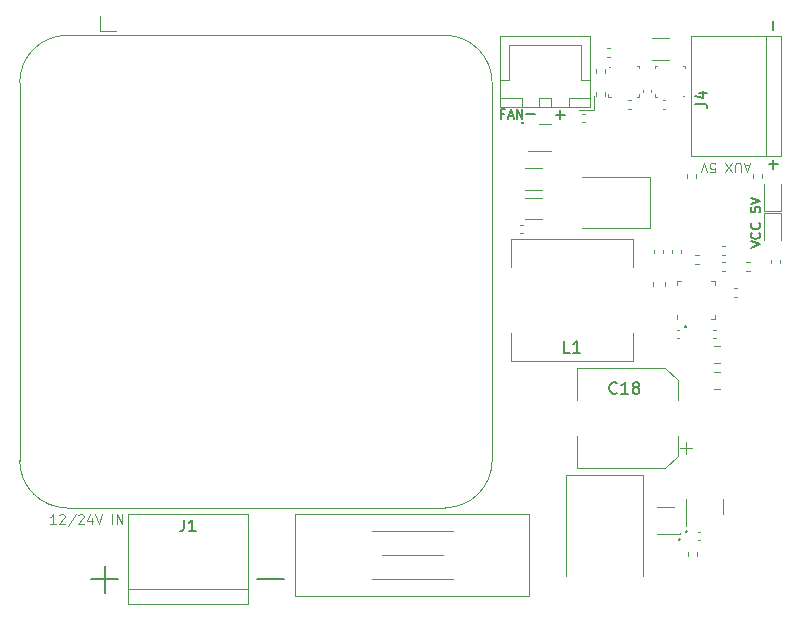
<source format=gbr>
%TF.GenerationSoftware,KiCad,Pcbnew,8.0.6*%
%TF.CreationDate,2024-12-15T12:06:58-06:00*%
%TF.ProjectId,ElectriPi,456c6563-7472-4695-9069-2e6b69636164,rev?*%
%TF.SameCoordinates,PX514cfd0PY31d4590*%
%TF.FileFunction,Legend,Top*%
%TF.FilePolarity,Positive*%
%FSLAX46Y46*%
G04 Gerber Fmt 4.6, Leading zero omitted, Abs format (unit mm)*
G04 Created by KiCad (PCBNEW 8.0.6) date 2024-12-15 12:06:58*
%MOMM*%
%LPD*%
G01*
G04 APERTURE LIST*
%ADD10C,0.150000*%
%ADD11C,0.200000*%
%ADD12C,0.125000*%
%ADD13C,0.100000*%
%ADD14C,0.120000*%
G04 APERTURE END LIST*
D10*
X45619048Y-15805866D02*
X46380953Y-15805866D01*
X46000000Y-16186819D02*
X46000000Y-15424914D01*
X42890419Y-16500000D02*
X42842800Y-16547619D01*
X42842800Y-16547619D02*
X42795180Y-16500000D01*
X42795180Y-16500000D02*
X42842800Y-16452381D01*
X42842800Y-16452381D02*
X42890419Y-16500000D01*
X42890419Y-16500000D02*
X42795180Y-16500000D01*
D11*
X8602857Y-55134600D02*
X6317143Y-55134600D01*
X7460000Y-56277457D02*
X7460000Y-53991742D01*
X22602857Y-55134600D02*
X20317143Y-55134600D01*
D10*
X62162295Y-27066666D02*
X62962295Y-26799999D01*
X62962295Y-26799999D02*
X62162295Y-26533333D01*
X62886104Y-25809523D02*
X62924200Y-25847619D01*
X62924200Y-25847619D02*
X62962295Y-25961904D01*
X62962295Y-25961904D02*
X62962295Y-26038095D01*
X62962295Y-26038095D02*
X62924200Y-26152381D01*
X62924200Y-26152381D02*
X62848009Y-26228571D01*
X62848009Y-26228571D02*
X62771819Y-26266666D01*
X62771819Y-26266666D02*
X62619438Y-26304762D01*
X62619438Y-26304762D02*
X62505152Y-26304762D01*
X62505152Y-26304762D02*
X62352771Y-26266666D01*
X62352771Y-26266666D02*
X62276580Y-26228571D01*
X62276580Y-26228571D02*
X62200390Y-26152381D01*
X62200390Y-26152381D02*
X62162295Y-26038095D01*
X62162295Y-26038095D02*
X62162295Y-25961904D01*
X62162295Y-25961904D02*
X62200390Y-25847619D01*
X62200390Y-25847619D02*
X62238485Y-25809523D01*
X62886104Y-25009523D02*
X62924200Y-25047619D01*
X62924200Y-25047619D02*
X62962295Y-25161904D01*
X62962295Y-25161904D02*
X62962295Y-25238095D01*
X62962295Y-25238095D02*
X62924200Y-25352381D01*
X62924200Y-25352381D02*
X62848009Y-25428571D01*
X62848009Y-25428571D02*
X62771819Y-25466666D01*
X62771819Y-25466666D02*
X62619438Y-25504762D01*
X62619438Y-25504762D02*
X62505152Y-25504762D01*
X62505152Y-25504762D02*
X62352771Y-25466666D01*
X62352771Y-25466666D02*
X62276580Y-25428571D01*
X62276580Y-25428571D02*
X62200390Y-25352381D01*
X62200390Y-25352381D02*
X62162295Y-25238095D01*
X62162295Y-25238095D02*
X62162295Y-25161904D01*
X62162295Y-25161904D02*
X62200390Y-25047619D01*
X62200390Y-25047619D02*
X62238485Y-25009523D01*
X43119048Y-15773866D02*
X43880953Y-15773866D01*
X62162295Y-23652380D02*
X62162295Y-24033332D01*
X62162295Y-24033332D02*
X62543247Y-24071428D01*
X62543247Y-24071428D02*
X62505152Y-24033332D01*
X62505152Y-24033332D02*
X62467057Y-23957142D01*
X62467057Y-23957142D02*
X62467057Y-23766666D01*
X62467057Y-23766666D02*
X62505152Y-23690475D01*
X62505152Y-23690475D02*
X62543247Y-23652380D01*
X62543247Y-23652380D02*
X62619438Y-23614285D01*
X62619438Y-23614285D02*
X62809914Y-23614285D01*
X62809914Y-23614285D02*
X62886104Y-23652380D01*
X62886104Y-23652380D02*
X62924200Y-23690475D01*
X62924200Y-23690475D02*
X62962295Y-23766666D01*
X62962295Y-23766666D02*
X62962295Y-23957142D01*
X62962295Y-23957142D02*
X62924200Y-24033332D01*
X62924200Y-24033332D02*
X62886104Y-24071428D01*
X62162295Y-23385713D02*
X62962295Y-23119046D01*
X62962295Y-23119046D02*
X62162295Y-22852380D01*
D12*
X62019047Y-20114976D02*
X61638094Y-20114976D01*
X62095237Y-19886404D02*
X61828570Y-20686404D01*
X61828570Y-20686404D02*
X61561904Y-19886404D01*
X61295237Y-20686404D02*
X61295237Y-20038785D01*
X61295237Y-20038785D02*
X61257142Y-19962595D01*
X61257142Y-19962595D02*
X61219047Y-19924500D01*
X61219047Y-19924500D02*
X61142856Y-19886404D01*
X61142856Y-19886404D02*
X60990475Y-19886404D01*
X60990475Y-19886404D02*
X60914285Y-19924500D01*
X60914285Y-19924500D02*
X60876190Y-19962595D01*
X60876190Y-19962595D02*
X60838094Y-20038785D01*
X60838094Y-20038785D02*
X60838094Y-20686404D01*
X60533333Y-20686404D02*
X59999999Y-19886404D01*
X59999999Y-20686404D02*
X60533333Y-19886404D01*
X58704761Y-20686404D02*
X59085713Y-20686404D01*
X59085713Y-20686404D02*
X59123809Y-20305452D01*
X59123809Y-20305452D02*
X59085713Y-20343547D01*
X59085713Y-20343547D02*
X59009523Y-20381642D01*
X59009523Y-20381642D02*
X58819047Y-20381642D01*
X58819047Y-20381642D02*
X58742856Y-20343547D01*
X58742856Y-20343547D02*
X58704761Y-20305452D01*
X58704761Y-20305452D02*
X58666666Y-20229261D01*
X58666666Y-20229261D02*
X58666666Y-20038785D01*
X58666666Y-20038785D02*
X58704761Y-19962595D01*
X58704761Y-19962595D02*
X58742856Y-19924500D01*
X58742856Y-19924500D02*
X58819047Y-19886404D01*
X58819047Y-19886404D02*
X59009523Y-19886404D01*
X59009523Y-19886404D02*
X59085713Y-19924500D01*
X59085713Y-19924500D02*
X59123809Y-19962595D01*
X58438094Y-20686404D02*
X58171427Y-19886404D01*
X58171427Y-19886404D02*
X57904761Y-20686404D01*
D10*
X56600000Y-33709580D02*
X56647619Y-33757200D01*
X56647619Y-33757200D02*
X56600000Y-33804819D01*
X56600000Y-33804819D02*
X56552381Y-33757200D01*
X56552381Y-33757200D02*
X56600000Y-33709580D01*
X56600000Y-33709580D02*
X56600000Y-33804819D01*
X64073866Y-20380951D02*
X64073866Y-19619047D01*
X64454819Y-19999999D02*
X63692914Y-19999999D01*
X56140419Y-51750000D02*
X56092800Y-51797619D01*
X56092800Y-51797619D02*
X56045180Y-51750000D01*
X56045180Y-51750000D02*
X56092800Y-51702381D01*
X56092800Y-51702381D02*
X56140419Y-51750000D01*
X56140419Y-51750000D02*
X56045180Y-51750000D01*
X64073866Y-8630951D02*
X64073866Y-7869047D01*
X41252381Y-15743247D02*
X40985715Y-15743247D01*
X40985715Y-16162295D02*
X40985715Y-15362295D01*
X40985715Y-15362295D02*
X41366667Y-15362295D01*
X41633333Y-15933723D02*
X42014286Y-15933723D01*
X41557143Y-16162295D02*
X41823810Y-15362295D01*
X41823810Y-15362295D02*
X42090476Y-16162295D01*
X42357143Y-16162295D02*
X42357143Y-15362295D01*
X42357143Y-15362295D02*
X42814286Y-16162295D01*
X42814286Y-16162295D02*
X42814286Y-15362295D01*
X56690000Y-51034580D02*
X56737619Y-51082200D01*
X56737619Y-51082200D02*
X56690000Y-51129819D01*
X56690000Y-51129819D02*
X56642381Y-51082200D01*
X56642381Y-51082200D02*
X56690000Y-51034580D01*
X56690000Y-51034580D02*
X56690000Y-51129819D01*
D13*
X3309523Y-50464895D02*
X2852380Y-50464895D01*
X3080952Y-50464895D02*
X3080952Y-49664895D01*
X3080952Y-49664895D02*
X3004761Y-49779180D01*
X3004761Y-49779180D02*
X2928571Y-49855371D01*
X2928571Y-49855371D02*
X2852380Y-49893466D01*
X3614285Y-49741085D02*
X3652381Y-49702990D01*
X3652381Y-49702990D02*
X3728571Y-49664895D01*
X3728571Y-49664895D02*
X3919047Y-49664895D01*
X3919047Y-49664895D02*
X3995238Y-49702990D01*
X3995238Y-49702990D02*
X4033333Y-49741085D01*
X4033333Y-49741085D02*
X4071428Y-49817276D01*
X4071428Y-49817276D02*
X4071428Y-49893466D01*
X4071428Y-49893466D02*
X4033333Y-50007752D01*
X4033333Y-50007752D02*
X3576190Y-50464895D01*
X3576190Y-50464895D02*
X4071428Y-50464895D01*
X4985714Y-49626800D02*
X4300000Y-50655371D01*
X5214285Y-49741085D02*
X5252381Y-49702990D01*
X5252381Y-49702990D02*
X5328571Y-49664895D01*
X5328571Y-49664895D02*
X5519047Y-49664895D01*
X5519047Y-49664895D02*
X5595238Y-49702990D01*
X5595238Y-49702990D02*
X5633333Y-49741085D01*
X5633333Y-49741085D02*
X5671428Y-49817276D01*
X5671428Y-49817276D02*
X5671428Y-49893466D01*
X5671428Y-49893466D02*
X5633333Y-50007752D01*
X5633333Y-50007752D02*
X5176190Y-50464895D01*
X5176190Y-50464895D02*
X5671428Y-50464895D01*
X6357143Y-49931561D02*
X6357143Y-50464895D01*
X6166667Y-49626800D02*
X5976190Y-50198228D01*
X5976190Y-50198228D02*
X6471429Y-50198228D01*
X6661905Y-49664895D02*
X6928572Y-50464895D01*
X6928572Y-50464895D02*
X7195238Y-49664895D01*
X8071429Y-50464895D02*
X8071429Y-49664895D01*
X8452381Y-50464895D02*
X8452381Y-49664895D01*
X8452381Y-49664895D02*
X8909524Y-50464895D01*
X8909524Y-50464895D02*
X8909524Y-49664895D01*
D10*
X14166666Y-50104819D02*
X14166666Y-50819104D01*
X14166666Y-50819104D02*
X14119047Y-50961961D01*
X14119047Y-50961961D02*
X14023809Y-51057200D01*
X14023809Y-51057200D02*
X13880952Y-51104819D01*
X13880952Y-51104819D02*
X13785714Y-51104819D01*
X15166666Y-51104819D02*
X14595238Y-51104819D01*
X14880952Y-51104819D02*
X14880952Y-50104819D01*
X14880952Y-50104819D02*
X14785714Y-50247676D01*
X14785714Y-50247676D02*
X14690476Y-50342914D01*
X14690476Y-50342914D02*
X14595238Y-50390533D01*
X50807142Y-39359580D02*
X50759523Y-39407200D01*
X50759523Y-39407200D02*
X50616666Y-39454819D01*
X50616666Y-39454819D02*
X50521428Y-39454819D01*
X50521428Y-39454819D02*
X50378571Y-39407200D01*
X50378571Y-39407200D02*
X50283333Y-39311961D01*
X50283333Y-39311961D02*
X50235714Y-39216723D01*
X50235714Y-39216723D02*
X50188095Y-39026247D01*
X50188095Y-39026247D02*
X50188095Y-38883390D01*
X50188095Y-38883390D02*
X50235714Y-38692914D01*
X50235714Y-38692914D02*
X50283333Y-38597676D01*
X50283333Y-38597676D02*
X50378571Y-38502438D01*
X50378571Y-38502438D02*
X50521428Y-38454819D01*
X50521428Y-38454819D02*
X50616666Y-38454819D01*
X50616666Y-38454819D02*
X50759523Y-38502438D01*
X50759523Y-38502438D02*
X50807142Y-38550057D01*
X51759523Y-39454819D02*
X51188095Y-39454819D01*
X51473809Y-39454819D02*
X51473809Y-38454819D01*
X51473809Y-38454819D02*
X51378571Y-38597676D01*
X51378571Y-38597676D02*
X51283333Y-38692914D01*
X51283333Y-38692914D02*
X51188095Y-38740533D01*
X52330952Y-38883390D02*
X52235714Y-38835771D01*
X52235714Y-38835771D02*
X52188095Y-38788152D01*
X52188095Y-38788152D02*
X52140476Y-38692914D01*
X52140476Y-38692914D02*
X52140476Y-38645295D01*
X52140476Y-38645295D02*
X52188095Y-38550057D01*
X52188095Y-38550057D02*
X52235714Y-38502438D01*
X52235714Y-38502438D02*
X52330952Y-38454819D01*
X52330952Y-38454819D02*
X52521428Y-38454819D01*
X52521428Y-38454819D02*
X52616666Y-38502438D01*
X52616666Y-38502438D02*
X52664285Y-38550057D01*
X52664285Y-38550057D02*
X52711904Y-38645295D01*
X52711904Y-38645295D02*
X52711904Y-38692914D01*
X52711904Y-38692914D02*
X52664285Y-38788152D01*
X52664285Y-38788152D02*
X52616666Y-38835771D01*
X52616666Y-38835771D02*
X52521428Y-38883390D01*
X52521428Y-38883390D02*
X52330952Y-38883390D01*
X52330952Y-38883390D02*
X52235714Y-38931009D01*
X52235714Y-38931009D02*
X52188095Y-38978628D01*
X52188095Y-38978628D02*
X52140476Y-39073866D01*
X52140476Y-39073866D02*
X52140476Y-39264342D01*
X52140476Y-39264342D02*
X52188095Y-39359580D01*
X52188095Y-39359580D02*
X52235714Y-39407200D01*
X52235714Y-39407200D02*
X52330952Y-39454819D01*
X52330952Y-39454819D02*
X52521428Y-39454819D01*
X52521428Y-39454819D02*
X52616666Y-39407200D01*
X52616666Y-39407200D02*
X52664285Y-39359580D01*
X52664285Y-39359580D02*
X52711904Y-39264342D01*
X52711904Y-39264342D02*
X52711904Y-39073866D01*
X52711904Y-39073866D02*
X52664285Y-38978628D01*
X52664285Y-38978628D02*
X52616666Y-38931009D01*
X52616666Y-38931009D02*
X52521428Y-38883390D01*
X46833333Y-35954819D02*
X46357143Y-35954819D01*
X46357143Y-35954819D02*
X46357143Y-34954819D01*
X47690476Y-35954819D02*
X47119048Y-35954819D01*
X47404762Y-35954819D02*
X47404762Y-34954819D01*
X47404762Y-34954819D02*
X47309524Y-35097676D01*
X47309524Y-35097676D02*
X47214286Y-35192914D01*
X47214286Y-35192914D02*
X47119048Y-35240533D01*
X57454819Y-14873333D02*
X58169104Y-14873333D01*
X58169104Y-14873333D02*
X58311961Y-14920952D01*
X58311961Y-14920952D02*
X58407200Y-15016190D01*
X58407200Y-15016190D02*
X58454819Y-15159047D01*
X58454819Y-15159047D02*
X58454819Y-15254285D01*
X57788152Y-13968571D02*
X58454819Y-13968571D01*
X57407200Y-14206666D02*
X58121485Y-14444761D01*
X58121485Y-14444761D02*
X58121485Y-13825714D01*
D14*
%TO.C,R11*%
X59696359Y-26970000D02*
X60003641Y-26970000D01*
X59696359Y-27730000D02*
X60003641Y-27730000D01*
%TO.C,D4*%
X56690000Y-49000000D02*
X56690000Y-48350000D01*
X56690000Y-49000000D02*
X56690000Y-50675000D01*
X59810000Y-49000000D02*
X59810000Y-48350000D01*
X59810000Y-49000000D02*
X59810000Y-49650000D01*
%TO.C,C9*%
X52990000Y-13937836D02*
X52990000Y-13722164D01*
X53710000Y-13937836D02*
X53710000Y-13722164D01*
%TO.C,C8*%
X56107836Y-34040000D02*
X55892164Y-34040000D01*
X56107836Y-34760000D02*
X55892164Y-34760000D01*
D13*
%TO.C,U4*%
X54000000Y-11700000D02*
X54000000Y-11900000D01*
X54000000Y-14300000D02*
X54000000Y-14100000D01*
X54200000Y-11700000D02*
X54000000Y-11700000D01*
X54200000Y-14300000D02*
X54000000Y-14300000D01*
X56400000Y-11700000D02*
X56600000Y-11700000D01*
X56600000Y-11700000D02*
X56600000Y-11900000D01*
D11*
X56500001Y-14200000D02*
X56500001Y-14200000D01*
X56500001Y-14200000D01*
X56500001Y-14200000D01*
X56500001Y-14200000D01*
X56500001Y-14200000D01*
X56500001Y-14200001D01*
X56500001Y-14200001D01*
X56500001Y-14200001D01*
X56500001Y-14200001D01*
X56500001Y-14200001D01*
X56500001Y-14200001D01*
X56500001Y-14200001D01*
X56500000Y-14200001D01*
X56500000Y-14200001D01*
X56500000Y-14200001D01*
X56500000Y-14200001D01*
X56500000Y-14200001D01*
X56500000Y-14200001D01*
X56500000Y-14200001D01*
X56500000Y-14200001D01*
X56500000Y-14200001D01*
X56500000Y-14200001D01*
X56500000Y-14200001D01*
X56500000Y-14200001D01*
X56499999Y-14200001D01*
X56499999Y-14200001D01*
X56499999Y-14200001D01*
X56499999Y-14200001D01*
X56499999Y-14200001D01*
X56499999Y-14200001D01*
X56499999Y-14200000D01*
X56499999Y-14200000D01*
X56499999Y-14200000D01*
X56499999Y-14200000D01*
X56499999Y-14200000D01*
X56499999Y-14200000D01*
X56499999Y-14200000D02*
X56499999Y-14200000D01*
X56499999Y-14200000D01*
X56499999Y-14200000D01*
X56499999Y-14200000D01*
X56499999Y-14200000D01*
X56499999Y-14200000D01*
X56499999Y-14199999D01*
X56499999Y-14199999D01*
X56499999Y-14199999D01*
X56499999Y-14199999D01*
X56499999Y-14199999D01*
X56500000Y-14199999D01*
X56500000Y-14199999D01*
X56500000Y-14199999D01*
X56500000Y-14199999D01*
X56500000Y-14199999D01*
X56500000Y-14199999D01*
X56500000Y-14199999D01*
X56500000Y-14199999D01*
X56500000Y-14199999D01*
X56500000Y-14199999D01*
X56500000Y-14199999D01*
X56500000Y-14199999D01*
X56500001Y-14199999D01*
X56500001Y-14199999D01*
X56500001Y-14199999D01*
X56500001Y-14199999D01*
X56500001Y-14199999D01*
X56500001Y-14199999D01*
X56500001Y-14200000D01*
X56500001Y-14200000D01*
X56500001Y-14200000D01*
X56500001Y-14200000D01*
X56500001Y-14200000D01*
X56500001Y-14200000D01*
X56500001Y-14200000D01*
D14*
%TO.C,R13*%
X56720000Y-20846359D02*
X56720000Y-21153641D01*
X57480000Y-20846359D02*
X57480000Y-21153641D01*
%TO.C,U3*%
X43250000Y-18860000D02*
X45250000Y-18860000D01*
X44250000Y-16640000D02*
X45250000Y-16640000D01*
%TO.C,R10*%
X48153641Y-15720000D02*
X47846359Y-15720000D01*
X48153641Y-16480000D02*
X47846359Y-16480000D01*
%TO.C,J1*%
X9420000Y-49590000D02*
X9420000Y-57210000D01*
X9420000Y-57210000D02*
X19580000Y-57210000D01*
X19580000Y-49590000D02*
X9420000Y-49590000D01*
X19580000Y-55940000D02*
X9420000Y-55940000D01*
X19580000Y-57210000D02*
X19580000Y-49590000D01*
D13*
%TO.C,U1*%
X50100000Y-14300000D02*
X50100000Y-14100000D01*
X50300000Y-14300000D02*
X50100000Y-14300000D01*
X52500000Y-11700000D02*
X52700000Y-11700000D01*
X52500000Y-14300000D02*
X52700000Y-14300000D01*
X52700000Y-11700000D02*
X52700000Y-11900000D01*
X52700000Y-14300000D02*
X52700000Y-14100000D01*
D11*
X50200001Y-11800000D02*
X50200001Y-11800000D01*
X50200001Y-11800000D01*
X50200001Y-11800000D01*
X50200001Y-11800000D01*
X50200001Y-11800000D01*
X50200001Y-11800001D01*
X50200001Y-11800001D01*
X50200001Y-11800001D01*
X50200001Y-11800001D01*
X50200001Y-11800001D01*
X50200001Y-11800001D01*
X50200001Y-11800001D01*
X50200000Y-11800001D01*
X50200000Y-11800001D01*
X50200000Y-11800001D01*
X50200000Y-11800001D01*
X50200000Y-11800001D01*
X50200000Y-11800001D01*
X50200000Y-11800001D01*
X50200000Y-11800001D01*
X50200000Y-11800001D01*
X50200000Y-11800001D01*
X50200000Y-11800001D01*
X50200000Y-11800001D01*
X50199999Y-11800001D01*
X50199999Y-11800001D01*
X50199999Y-11800001D01*
X50199999Y-11800001D01*
X50199999Y-11800001D01*
X50199999Y-11800001D01*
X50199999Y-11800000D01*
X50199999Y-11800000D01*
X50199999Y-11800000D01*
X50199999Y-11800000D01*
X50199999Y-11800000D01*
X50199999Y-11800000D01*
X50199999Y-11800000D02*
X50199999Y-11800000D01*
X50199999Y-11800000D01*
X50199999Y-11800000D01*
X50199999Y-11800000D01*
X50199999Y-11800000D01*
X50199999Y-11800000D01*
X50199999Y-11799999D01*
X50199999Y-11799999D01*
X50199999Y-11799999D01*
X50199999Y-11799999D01*
X50199999Y-11799999D01*
X50200000Y-11799999D01*
X50200000Y-11799999D01*
X50200000Y-11799999D01*
X50200000Y-11799999D01*
X50200000Y-11799999D01*
X50200000Y-11799999D01*
X50200000Y-11799999D01*
X50200000Y-11799999D01*
X50200000Y-11799999D01*
X50200000Y-11799999D01*
X50200000Y-11799999D01*
X50200000Y-11799999D01*
X50200001Y-11799999D01*
X50200001Y-11799999D01*
X50200001Y-11799999D01*
X50200001Y-11799999D01*
X50200001Y-11799999D01*
X50200001Y-11799999D01*
X50200001Y-11800000D01*
X50200001Y-11800000D01*
X50200001Y-11800000D01*
X50200001Y-11800000D01*
X50200001Y-11800000D01*
X50200001Y-11800000D01*
X50200001Y-11800000D01*
D14*
%TO.C,C3*%
X53840000Y-30290580D02*
X53840000Y-30009420D01*
X54860000Y-30290580D02*
X54860000Y-30009420D01*
%TO.C,R14*%
X57446359Y-27720000D02*
X57753641Y-27720000D01*
X57446359Y-28480000D02*
X57753641Y-28480000D01*
%TO.C,C5*%
X44461252Y-20340000D02*
X43038748Y-20340000D01*
X44461252Y-22160000D02*
X43038748Y-22160000D01*
%TO.C,Q1*%
X54175000Y-49000000D02*
X55675000Y-49000000D01*
X56125000Y-51300000D02*
X54175000Y-51300000D01*
X56125000Y-51300000D02*
X56125000Y-51200000D01*
%TO.C,R3*%
X56870000Y-53153641D02*
X56870000Y-52846359D01*
X57630000Y-53153641D02*
X57630000Y-52846359D01*
%TO.C,D1*%
X46500000Y-46340000D02*
X46500000Y-54850000D01*
X46500000Y-46340000D02*
X53000000Y-46340000D01*
X53000000Y-46340000D02*
X53000000Y-54850000D01*
%TO.C,R1*%
X61746359Y-28270000D02*
X62053641Y-28270000D01*
X61746359Y-29030000D02*
X62053641Y-29030000D01*
%TO.C,C6*%
X58972164Y-34040000D02*
X59187836Y-34040000D01*
X58972164Y-34760000D02*
X59187836Y-34760000D01*
%TO.C,C12*%
X53788748Y-9340000D02*
X55211252Y-9340000D01*
X53788748Y-11160000D02*
X55211252Y-11160000D01*
%TO.C,R5*%
X55470000Y-27553641D02*
X55470000Y-27246359D01*
X56230000Y-27553641D02*
X56230000Y-27246359D01*
%TO.C,IC2*%
X55890000Y-29890000D02*
X56215000Y-29890000D01*
X55890000Y-30215000D02*
X55890000Y-29890000D01*
X55890000Y-32785000D02*
X55890000Y-33110000D01*
X59110000Y-29890000D02*
X58785000Y-29890000D01*
X59110000Y-30215000D02*
X59110000Y-29890000D01*
X59110000Y-32785000D02*
X59110000Y-33110000D01*
X59110000Y-33110000D02*
X58785000Y-33110000D01*
%TO.C,R12*%
X61003641Y-30520000D02*
X60696359Y-30520000D01*
X61003641Y-31280000D02*
X60696359Y-31280000D01*
%TO.C,J6*%
X7040000Y-8770000D02*
X7040000Y-7440000D01*
X8370000Y-8770000D02*
X7040000Y-8770000D01*
%TO.C,C4*%
X44461252Y-22840000D02*
X43038748Y-22840000D01*
X44461252Y-24660000D02*
X43038748Y-24660000D01*
%TO.C,C11*%
X54907836Y-14590000D02*
X54692164Y-14590000D01*
X54907836Y-15310000D02*
X54692164Y-15310000D01*
%TO.C,R6*%
X62320000Y-21153641D02*
X62320000Y-20846359D01*
X63080000Y-21153641D02*
X63080000Y-20846359D01*
%TO.C,F1*%
X23600000Y-49630000D02*
X23600000Y-56570000D01*
X23600000Y-56570000D02*
X43400000Y-56570000D01*
X30100000Y-51100000D02*
X36900000Y-51100000D01*
X30950000Y-53100000D02*
X36050000Y-53100000D01*
X36900000Y-55100000D02*
X30100000Y-55100000D01*
X43400000Y-49630000D02*
X23600000Y-49630000D01*
X43400000Y-56570000D02*
X43400000Y-49630000D01*
%TO.C,C18*%
X47440000Y-37240000D02*
X47440000Y-39990000D01*
X47440000Y-45760000D02*
X47440000Y-43010000D01*
X54895563Y-37240000D02*
X47440000Y-37240000D01*
X54895563Y-45760000D02*
X47440000Y-45760000D01*
X55960000Y-38304437D02*
X54895563Y-37240000D01*
X55960000Y-38304437D02*
X55960000Y-39990000D01*
X55960000Y-44695563D02*
X54895563Y-45760000D01*
X55960000Y-44695563D02*
X55960000Y-43010000D01*
X56700000Y-44510000D02*
X56700000Y-43510000D01*
X57200000Y-44010000D02*
X56200000Y-44010000D01*
%TO.C,J3*%
X40940000Y-9190000D02*
X40940000Y-15160000D01*
X40940000Y-15160000D02*
X48560000Y-15160000D01*
X40950000Y-12900000D02*
X41700000Y-12900000D01*
X40950000Y-14400000D02*
X40950000Y-15150000D01*
X40950000Y-15150000D02*
X42750000Y-15150000D01*
X41700000Y-9950000D02*
X44750000Y-9950000D01*
X41700000Y-12900000D02*
X41700000Y-9950000D01*
X42750000Y-14400000D02*
X40950000Y-14400000D01*
X42750000Y-15150000D02*
X42750000Y-14400000D01*
X44250000Y-14400000D02*
X44250000Y-15150000D01*
X44250000Y-15150000D02*
X45250000Y-15150000D01*
X45250000Y-14400000D02*
X44250000Y-14400000D01*
X45250000Y-15150000D02*
X45250000Y-14400000D01*
X46750000Y-14400000D02*
X46750000Y-15150000D01*
X46750000Y-15150000D02*
X48550000Y-15150000D01*
X47600000Y-15450000D02*
X48850000Y-15450000D01*
X47800000Y-9950000D02*
X44750000Y-9950000D01*
X47800000Y-12900000D02*
X47800000Y-9950000D01*
X48550000Y-12900000D02*
X47800000Y-12900000D01*
X48550000Y-14400000D02*
X46750000Y-14400000D01*
X48550000Y-15150000D02*
X48550000Y-14400000D01*
X48560000Y-9190000D02*
X40940000Y-9190000D01*
X48560000Y-15160000D02*
X48560000Y-9190000D01*
X48850000Y-15450000D02*
X48850000Y-14200000D01*
%TO.C,R9*%
X49070000Y-13896359D02*
X49070000Y-14203641D01*
X49830000Y-13896359D02*
X49830000Y-14203641D01*
%TO.C,C1*%
X59038748Y-35365000D02*
X59561252Y-35365000D01*
X59038748Y-36835000D02*
X59561252Y-36835000D01*
%TO.C,R2*%
X49070000Y-11946359D02*
X49070000Y-12253641D01*
X49830000Y-11946359D02*
X49830000Y-12253641D01*
%TO.C,C7*%
X42857836Y-25140000D02*
X42642164Y-25140000D01*
X42857836Y-25860000D02*
X42642164Y-25860000D01*
%TO.C,R4*%
X53970000Y-27246359D02*
X53970000Y-27553641D01*
X54730000Y-27246359D02*
X54730000Y-27553641D01*
%TO.C,C2*%
X59038748Y-37615000D02*
X59561252Y-37615000D01*
X59038748Y-39085000D02*
X59561252Y-39085000D01*
%TO.C,D5*%
X63265000Y-24175000D02*
X63265000Y-26460000D01*
X64735000Y-24175000D02*
X63265000Y-24175000D01*
X64735000Y-26460000D02*
X64735000Y-24175000D01*
D13*
%TO.C,U2*%
X250000Y-45100000D02*
X250000Y-13100000D01*
X4250000Y-9100000D02*
X36250000Y-9100000D01*
X36250000Y-49100000D02*
X4250000Y-49100000D01*
X40250000Y-13100000D02*
X40250000Y-45100000D01*
X250000Y-13100000D02*
G75*
G02*
X4250000Y-9100000I4000000J0D01*
G01*
X4250000Y-49100000D02*
G75*
G02*
X250000Y-45100000I0J4000000D01*
G01*
X36250000Y-9100000D02*
G75*
G02*
X40250000Y-13100000I0J-4000000D01*
G01*
X40250000Y-45100000D02*
G75*
G02*
X36250000Y-49100000I-4000000J0D01*
G01*
D14*
%TO.C,C10*%
X51792164Y-14590000D02*
X52007836Y-14590000D01*
X51792164Y-15310000D02*
X52007836Y-15310000D01*
%TO.C,D3*%
X63265000Y-21660000D02*
X63265000Y-23945000D01*
X63265000Y-23945000D02*
X64735000Y-23945000D01*
X64735000Y-23945000D02*
X64735000Y-21660000D01*
%TO.C,L1*%
X41820000Y-26320000D02*
X41820000Y-28725000D01*
X41820000Y-36680000D02*
X41820000Y-34275000D01*
X52180000Y-26320000D02*
X41820000Y-26320000D01*
X52180000Y-28725000D02*
X52180000Y-26320000D01*
X52180000Y-34275000D02*
X52180000Y-36680000D01*
X52180000Y-36680000D02*
X41820000Y-36680000D01*
%TO.C,R8*%
X63870000Y-28106359D02*
X63870000Y-28413641D01*
X64630000Y-28106359D02*
X64630000Y-28413641D01*
%TO.C,J4*%
X57090000Y-9170000D02*
X57090000Y-19330000D01*
X57090000Y-19330000D02*
X64710000Y-19330000D01*
X63440000Y-9170000D02*
X63440000Y-19330000D01*
X64710000Y-9170000D02*
X57090000Y-9170000D01*
X64710000Y-19330000D02*
X64710000Y-9170000D01*
%TO.C,D2*%
X53660000Y-21100000D02*
X47850000Y-21100000D01*
X53660000Y-25400000D02*
X47850000Y-25400000D01*
X53660000Y-25400000D02*
X53660000Y-21100000D01*
%TO.C,R15*%
X50253641Y-10170000D02*
X49946359Y-10170000D01*
X50253641Y-10930000D02*
X49946359Y-10930000D01*
%TO.C,C17*%
X57642164Y-51140000D02*
X57857836Y-51140000D01*
X57642164Y-51860000D02*
X57857836Y-51860000D01*
%TO.C,R7*%
X60003641Y-28270000D02*
X59696359Y-28270000D01*
X60003641Y-29030000D02*
X59696359Y-29030000D01*
%TD*%
M02*

</source>
